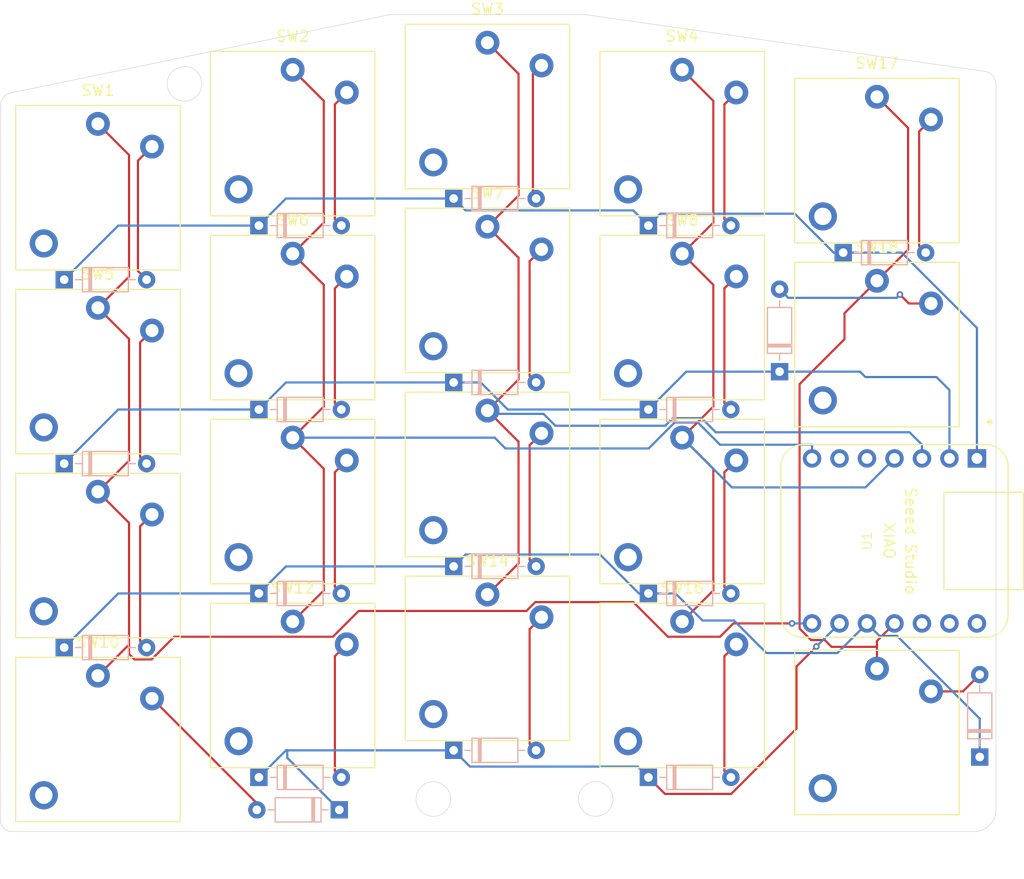
<source format=kicad_pcb>
(kicad_pcb (version 20240108) (generator "pcbnew") (generator_version "8.0")
  (layers (0 "F.Cu" signal) (31 "B.Cu" signal) (34 "B.Paste" user) (35 "F.Paste" user) (36 "B.SilkS" user "B.Silkscreen") (37 "F.SilkS" user "F.Silkscreen") (38 "B.Mask" user) (39 "F.Mask" user) (44 "Edge.Cuts" user))
  (net 0 "")
  (net 1 "Net-(D1-A)")
  (net 2 "ROW0")
  (net 3 "Net-(D2-A)")
  (net 4 "Net-(D3-A)")
  (net 5 "Net-(D4-A)")
  (net 6 "ROW1")
  (net 7 "Net-(D5-A)")
  (net 8 "Net-(D6-A)")
  (net 9 "Net-(D7-A)")
  (net 10 "Net-(D8-A)")
  (net 11 "Net-(D9-A)")
  (net 12 "ROW2")
  (net 13 "ROW3")
  (net 14 "Net-(D10-A)")
  (net 15 "Net-(D11-A)")
  (net 16 "Net-(D12-A)")
  (net 17 "Net-(D13-A)")
  (net 18 "Net-(D14-A)")
  (net 19 "Net-(D15-A)")
  (net 20 "COL0")
  (net 21 "COL1")
  (net 22 "COL2")
  (net 23 "COL3")
  (net 24 "Net-(D16-A)")
  (net 25 "Net-(D17-A)")
  (net 26 "Net-(D18-A)")
  (net 27 "Net-(D19-A)")
  (net 28 "COL4")
  (footprint "Seeed Studio XIAO Series Library:XIAO-Generic-Thruhole-14P-2.54-21X17.8MM" (layer "F.Cu") (at 148.09 86.79525 -90)
    (property "Reference" "U1" (at 0 2.54 90) (layer "F.SilkS") (effects (font (size 0.889 0.889) (thickness 0.1016))))
    (property "Value" "MOUDLE-SEEEDUINO-XIAO" (hide yes))
    (fp_text user "Seeed Studio" (at 0 -1.5 -90) (layer "F.SilkS"))
    (fp_text user "XIAO" (at 0 0.5 -90) (layer "F.SilkS"))
    (pad "1" thru_hole rect (at -7.625 -7.62 270) (size 1.7 1.7) (drill 1) (layers "*.Cu" "*.Mask") (net 2 "ROW0"))
    (pad "2" thru_hole circle (at -7.625 -5.08 270) (size 1.7 1.7) (drill 1) (layers "*.Cu" "*.Mask") (net 6 "ROW1"))
    (pad "3" thru_hole circle (at -7.625 -2.54 270) (size 1.7 1.7) (drill 1) (layers "*.Cu" "*.Mask") (net 22 "COL2"))
    (pad "4" thru_hole circle (at -7.625 0 270) (size 1.7 1.7) (drill 1) (layers "*.Cu" "*.Mask") (net 23 "COL3"))
    (pad "5" thru_hole circle (at -7.625 2.54 270) (size 1.7 1.7) (drill 1) (layers "*.Cu" "*.Mask"))
    (pad "6" thru_hole circle (at -7.625 5.08 90) (size 1.7 1.7) (drill 1) (layers "*.Cu" "*.Mask"))
    (pad "7" thru_hole circle (at -7.625 7.62 270) (size 1.7 1.7) (drill 1) (layers "*.Cu" "*.Mask") (net 21 "COL1"))
    (pad "8" thru_hole circle (at 7.625 7.62 270) (size 1.7 1.7) (drill 1) (layers "*.Cu" "*.Mask") (net 20 "COL0"))
    (pad "9" thru_hole circle (at 7.625 5.08 270) (size 1.7 1.7) (drill 1) (layers "*.Cu" "*.Mask") (net 13 "ROW3"))
    (pad "10" thru_hole circle (at 7.625 2.54 270) (size 1.7 1.7) (drill 1) (layers "*.Cu" "*.Mask") (net 12 "ROW2"))
    (pad "11" thru_hole circle (at 7.625 0 270) (size 1.7 1.7) (drill 1) (layers "*.Cu" "*.Mask") (net 28 "COL4"))
    (pad "12" thru_hole circle (at 7.625 -2.54 270) (size 1.7 1.7) (drill 1) (layers "*.Cu" "*.Mask"))
    (pad "13" thru_hole circle (at 7.625 -5.08 270) (size 1.7 1.7) (drill 1) (layers "*.Cu" "*.Mask"))
    (pad "14" thru_hole circle (at 7.625 -7.62 270) (size 1.7 1.7) (drill 1) (layers "*.Cu" "*.Mask"))
  )
  (footprint "ScottoKeebs_Choc:Choc_V1V2_1.00u" (layer "F.Cu") (at 110.47 97.65)
    (property "Reference" "SW14" (at 0 -9 0) (layer "F.SilkS"))
    (property "Value" "SW_Push_45deg")
    (pad "" np_thru_hole circle (at -5.5 0) (size 1.9 1.9) (drill 1.9) (layers "*.Cu" "*.Mask"))
    (pad "" thru_hole circle (at -5 5.15) (size 2.6 2.6) (drill 1.6) (layers "*.Cu" "*.Mask"))
    (pad "" np_thru_hole circle (at 0 0) (size 5.05 5.05) (drill 5.05) (layers "*.Cu" "*.Mask"))
    (pad "" np_thru_hole circle (at 5.5 0) (size 1.9 1.9) (drill 1.9) (layers "*.Cu" "*.Mask"))
    (pad "1" thru_hole circle (at 0 -5.9) (size 2.2 2.2) (drill 1.2) (layers "*.Cu" "*.Mask") (net 22 "COL2"))
    (pad "2" thru_hole circle (at 5 -3.8) (size 2.2 2.2) (drill 1.2) (layers "*.Cu" "*.Mask") (net 18 "Net-(D14-A)"))
  )
  (footprint "ScottoKeebs_Choc:Choc_V1V2_1.00u" (layer "F.Cu") (at 128.47 100.15)
    (property "Reference" "SW16" (at 0 -9 0) (layer "F.SilkS"))
    (property "Value" "SW_Push_45deg")
    (pad "" np_thru_hole circle (at -5.5 0) (size 1.9 1.9) (drill 1.9) (layers "*.Cu" "*.Mask"))
    (pad "" thru_hole circle (at -5 5.15) (size 2.6 2.6) (drill 1.6) (layers "*.Cu" "*.Mask"))
    (pad "" np_thru_hole circle (at 0 0) (size 5.05 5.05) (drill 5.05) (layers "*.Cu" "*.Mask"))
    (pad "" np_thru_hole circle (at 5.5 0) (size 1.9 1.9) (drill 1.9) (layers "*.Cu" "*.Mask"))
    (pad "1" thru_hole circle (at 0 -5.9) (size 2.2 2.2) (drill 1.2) (layers "*.Cu" "*.Mask") (net 23 "COL3"))
    (pad "2" thru_hole circle (at 5 -3.8) (size 2.2 2.2) (drill 1.2) (layers "*.Cu" "*.Mask") (net 24 "Net-(D16-A)"))
  )
  (footprint "ScottoKeebs_Choc:Choc_V1V2_1.00u" (layer "F.Cu") (at 128.47 66.15)
    (property "Reference" "SW8" (at 0 -9 0) (layer "F.SilkS"))
    (property "Value" "SW_Push_45deg")
    (pad "" np_thru_hole circle (at -5.5 0) (size 1.9 1.9) (drill 1.9) (layers "*.Cu" "*.Mask"))
    (pad "" thru_hole circle (at -5 5.15) (size 2.6 2.6) (drill 1.6) (layers "*.Cu" "*.Mask"))
    (pad "" np_thru_hole circle (at 0 0) (size 5.05 5.05) (drill 5.05) (layers "*.Cu" "*.Mask"))
    (pad "" np_thru_hole circle (at 5.5 0) (size 1.9 1.9) (drill 1.9) (layers "*.Cu" "*.Mask"))
    (pad "1" thru_hole circle (at 0 -5.9) (size 2.2 2.2) (drill 1.2) (layers "*.Cu" "*.Mask") (net 23 "COL3"))
    (pad "2" thru_hole circle (at 5 -3.8) (size 2.2 2.2) (drill 1.2) (layers "*.Cu" "*.Mask") (net 10 "Net-(D8-A)"))
  )
  (footprint "ScottoKeebs_Choc:Choc_V1V2_1.00u" (layer "F.Cu") (at 110.47 46.65)
    (property "Reference" "SW3" (at 0 -9 0) (layer "F.SilkS"))
    (property "Value" "SW_Push_45deg")
    (pad "" np_thru_hole circle (at -5.5 0) (size 1.9 1.9) (drill 1.9) (layers "*.Cu" "*.Mask"))
    (pad "" thru_hole circle (at -5 5.15) (size 2.6 2.6) (drill 1.6) (layers "*.Cu" "*.Mask"))
    (pad "" np_thru_hole circle (at 0 0) (size 5.05 5.05) (drill 5.05) (layers "*.Cu" "*.Mask"))
    (pad "" np_thru_hole circle (at 5.5 0) (size 1.9 1.9) (drill 1.9) (layers "*.Cu" "*.Mask"))
    (pad "1" thru_hole circle (at 0 -5.9) (size 2.2 2.2) (drill 1.2) (layers "*.Cu" "*.Mask") (net 22 "COL2"))
    (pad "2" thru_hole circle (at 5 -3.8) (size 2.2 2.2) (drill 1.2) (layers "*.Cu" "*.Mask") (net 4 "Net-(D3-A)"))
  )
  (footprint "ScottoKeebs_Choc:Choc_V1V2_1.00u" (layer "F.Cu") (at 92.47 100.15)
    (property "Reference" "SW12" (at 0 -9 0) (layer "F.SilkS"))
    (property "Value" "SW_Push_45deg")
    (pad "" np_thru_hole circle (at -5.5 0) (size 1.9 1.9) (drill 1.9) (layers "*.Cu" "*.Mask"))
    (pad "" thru_hole circle (at -5 5.15) (size 2.6 2.6) (drill 1.6) (layers "*.Cu" "*.Mask"))
    (pad "" np_thru_hole circle (at 0 0) (size 5.05 5.05) (drill 5.05) (layers "*.Cu" "*.Mask"))
    (pad "" np_thru_hole circle (at 5.5 0) (size 1.9 1.9) (drill 1.9) (layers "*.Cu" "*.Mask"))
    (pad "1" thru_hole circle (at 0 -5.9) (size 2.2 2.2) (drill 1.2) (layers "*.Cu" "*.Mask") (net 21 "COL1"))
    (pad "2" thru_hole circle (at 5 -3.8) (size 2.2 2.2) (drill 1.2) (layers "*.Cu" "*.Mask") (net 16 "Net-(D12-A)"))
  )
  (footprint "ScottoKeebs_Choc:Choc_V1V2_1.00u" (layer "F.Cu") (at 74.47 71.15)
    (property "Reference" "SW5" (at 0 -9 0) (layer "F.SilkS"))
    (property "Value" "SW_Push_45deg")
    (pad "" np_thru_hole circle (at -5.5 0) (size 1.9 1.9) (drill 1.9) (layers "*.Cu" "*.Mask"))
    (pad "" thru_hole circle (at -5 5.15) (size 2.6 2.6) (drill 1.6) (layers "*.Cu" "*.Mask"))
    (pad "" np_thru_hole circle (at 0 0) (size 5.05 5.05) (drill 5.05) (layers "*.Cu" "*.Mask"))
    (pad "" np_thru_hole circle (at 5.5 0) (size 1.9 1.9) (drill 1.9) (layers "*.Cu" "*.Mask"))
    (pad "1" thru_hole circle (at 0 -5.9) (size 2.2 2.2) (drill 1.2) (layers "*.Cu" "*.Mask") (net 20 "COL0"))
    (pad "2" thru_hole circle (at 5 -3.8) (size 2.2 2.2) (drill 1.2) (layers "*.Cu" "*.Mask") (net 7 "Net-(D5-A)"))
  )
  (footprint "ScottoKeebs_Choc:Choc_V1V2_1.00u" (layer "F.Cu") (at 92.47 49.15)
    (property "Reference" "SW2" (at 0 -9 0) (layer "F.SilkS"))
    (property "Value" "SW_Push_45deg")
    (pad "" np_thru_hole circle (at -5.5 0) (size 1.9 1.9) (drill 1.9) (layers "*.Cu" "*.Mask"))
    (pad "" thru_hole circle (at -5 5.15) (size 2.6 2.6) (drill 1.6) (layers "*.Cu" "*.Mask"))
    (pad "" np_thru_hole circle (at 0 0) (size 5.05 5.05) (drill 5.05) (layers "*.Cu" "*.Mask"))
    (pad "" np_thru_hole circle (at 5.5 0) (size 1.9 1.9) (drill 1.9) (layers "*.Cu" "*.Mask"))
    (pad "1" thru_hole circle (at 0 -5.9) (size 2.2 2.2) (drill 1.2) (layers "*.Cu" "*.Mask") (net 21 "COL1"))
    (pad "2" thru_hole circle (at 5 -3.8) (size 2.2 2.2) (drill 1.2) (layers "*.Cu" "*.Mask") (net 3 "Net-(D2-A)"))
  )
  (footprint "ScottoKeebs_Choc:Choc_V1V2_1.00u" (layer "F.Cu") (at 146.47 68.65)
    (property "Reference" "SW18" (at 0 -9 0) (layer "F.SilkS"))
    (property "Value" "SW_Push_45deg")
    (pad "" np_thru_hole circle (at -5.5 0) (size 1.9 1.9) (drill 1.9) (layers "*.Cu" "*.Mask"))
    (pad "" thru_hole circle (at -5 5.15) (size 2.6 2.6) (drill 1.6) (layers "*.Cu" "*.Mask"))
    (pad "" np_thru_hole circle (at 0 0) (size 5.05 5.05) (drill 5.05) (layers "*.Cu" "*.Mask"))
    (pad "" np_thru_hole circle (at 5.5 0) (size 1.9 1.9) (drill 1.9) (layers "*.Cu" "*.Mask"))
    (pad "1" thru_hole circle (at 0 -5.9) (size 2.2 2.2) (drill 1.2) (layers "*.Cu" "*.Mask") (net 28 "COL4"))
    (pad "2" thru_hole circle (at 5 -3.8) (size 2.2 2.2) (drill 1.2) (layers "*.Cu" "*.Mask") (net 26 "Net-(D18-A)"))
  )
  (footprint "ScottoKeebs_Choc:Choc_V1V2_1.50u_90deg" (layer "F.Cu") (at 146.47 104.5)
    (property "Reference" "SW19" (hide yes))
    (property "Value" "SW_Push_45deg")
    (pad "" np_thru_hole circle (at -5.5 0) (size 1.9 1.9) (drill 1.9) (layers "*.Cu" "*.Mask"))
    (pad "" thru_hole circle (at -5 5.15) (size 2.6 2.6) (drill 1.6) (layers "*.Cu" "*.Mask"))
    (pad "" np_thru_hole circle (at 0 0) (size 5.05 5.05) (drill 5.05) (layers "*.Cu" "*.Mask"))
    (pad "" np_thru_hole circle (at 5.5 0) (size 1.9 1.9) (drill 1.9) (layers "*.Cu" "*.Mask"))
    (pad "1" thru_hole circle (at 0 -5.9) (size 2.2 2.2) (drill 1.2) (layers "*.Cu" "*.Mask") (net 28 "COL4"))
    (pad "2" thru_hole circle (at 5 -3.8) (size 2.2 2.2) (drill 1.2) (layers "*.Cu" "*.Mask") (net 27 "Net-(D19-A)"))
  )
  (footprint "ScottoKeebs_Choc:Choc_V1V2_1.00u" (layer "F.Cu") (at 110.47 63.65)
    (property "Reference" "SW7" (at 0 -9 0) (layer "F.SilkS"))
    (property "Value" "SW_Push_45deg")
    (pad "" np_thru_hole circle (at -5.5 0) (size 1.9 1.9) (drill 1.9) (layers "*.Cu" "*.Mask"))
    (pad "" thru_hole circle (at -5 5.15) (size 2.6 2.6) (drill 1.6) (layers "*.Cu" "*.Mask"))
    (pad "" np_thru_hole circle (at 0 0) (size 5.05 5.05) (drill 5.05) (layers "*.Cu" "*.Mask"))
    (pad "" np_thru_hole circle (at 5.5 0) (size 1.9 1.9) (drill 1.9) (layers "*.Cu" "*.Mask"))
    (pad "1" thru_hole circle (at 0 -5.9) (size 2.2 2.2) (drill 1.2) (layers "*.Cu" "*.Mask") (net 22 "COL2"))
    (pad "2" thru_hole circle (at 5 -3.8) (size 2.2 2.2) (drill 1.2) (layers "*.Cu" "*.Mask") (net 9 "Net-(D7-A)"))
  )
  (footprint "ScottoKeebs_Choc:Choc_V1V2_1.00u" (layer "F.Cu") (at 146.47 51.65)
    (property "Reference" "SW17" (at 0 -9 0) (layer "F.SilkS"))
    (property "Value" "SW_Push_45deg")
    (pad "" np_thru_hole circle (at -5.5 0) (size 1.9 1.9) (drill 1.9) (layers "*.Cu" "*.Mask"))
    (pad "" thru_hole circle (at -5 5.15) (size 2.6 2.6) (drill 1.6) (layers "*.Cu" "*.Mask"))
    (pad "" np_thru_hole circle (at 0 0) (size 5.05 5.05) (drill 5.05) (layers "*.Cu" "*.Mask"))
    (pad "" np_thru_hole circle (at 5.5 0) (size 1.9 1.9) (drill 1.9) (layers "*.Cu" "*.Mask"))
    (pad "1" thru_hole circle (at 0 -5.9) (size 2.2 2.2) (drill 1.2) (layers "*.Cu" "*.Mask") (net 28 "COL4"))
    (pad "2" thru_hole circle (at 5 -3.8) (size 2.2 2.2) (drill 1.2) (layers "*.Cu" "*.Mask") (net 25 "Net-(D17-A)"))
  )
  (footprint "ScottoKeebs_Choc:Choc_V1V2_1.00u" (layer "F.Cu") (at 92.47 66.15)
    (property "Reference" "SW6" (at 0 -9 0) (layer "F.SilkS"))
    (property "Value" "SW_Push_45deg")
    (pad "" np_thru_hole circle (at -5.5 0) (size 1.9 1.9) (drill 1.9) (layers "*.Cu" "*.Mask"))
    (pad "" thru_hole circle (at -5 5.15) (size 2.6 2.6) (drill 1.6) (layers "*.Cu" "*.Mask"))
    (pad "" np_thru_hole circle (at 0 0) (size 5.05 5.05) (drill 5.05) (layers "*.Cu" "*.Mask"))
    (pad "" np_thru_hole circle (at 5.5 0) (size 1.9 1.9) (drill 1.9) (layers "*.Cu" "*.Mask"))
    (pad "1" thru_hole circle (at 0 -5.9) (size 2.2 2.2) (drill 1.2) (layers "*.Cu" "*.Mask") (net 21 "COL1"))
    (pad "2" thru_hole circle (at 5 -3.8) (size 2.2 2.2) (drill 1.2) (layers "*.Cu" "*.Mask") (net 8 "Net-(D6-A)"))
  )
  (footprint "ScottoKeebs_Choc:Choc_V1V2_1.00u" (layer "F.Cu") (at 128.47 83.15)
    (property "Reference" "SW15" (hide yes))
    (property "Value" "SW_Push_45deg")
    (pad "" np_thru_hole circle (at -5.5 0) (size 1.9 1.9) (drill 1.9) (layers "*.Cu" "*.Mask"))
    (pad "" thru_hole circle (at -5 5.15) (size 2.6 2.6) (drill 1.6) (layers "*.Cu" "*.Mask"))
    (pad "" np_thru_hole circle (at 0 0) (size 5.05 5.05) (drill 5.05) (layers "*.Cu" "*.Mask"))
    (pad "" np_thru_hole circle (at 5.5 0) (size 1.9 1.9) (drill 1.9) (layers "*.Cu" "*.Mask"))
    (pad "1" thru_hole circle (at 0 -5.9) (size 2.2 2.2) (drill 1.2) (layers "*.Cu" "*.Mask") (net 23 "COL3"))
    (pad "2" thru_hole circle (at 5 -3.8) (size 2.2 2.2) (drill 1.2) (layers "*.Cu" "*.Mask") (net 19 "Net-(D15-A)"))
  )
  (footprint "ScottoKeebs_Choc:Choc_V1V2_1.00u" (layer "F.Cu") (at 128.47 49.15)
    (property "Reference" "SW4" (at 0 -9 0) (layer "F.SilkS"))
    (property "Value" "SW_Push_45deg")
    (pad "" np_thru_hole circle (at -5.5 0) (size 1.9 1.9) (drill 1.9) (layers "*.Cu" "*.Mask"))
    (pad "" thru_hole circle (at -5 5.15) (size 2.6 2.6) (drill 1.6) (layers "*.Cu" "*.Mask"))
    (pad "" np_thru_hole circle (at 0 0) (size 5.05 5.05) (drill 5.05) (layers "*.Cu" "*.Mask"))
    (pad "" np_thru_hole circle (at 5.5 0) (size 1.9 1.9) (drill 1.9) (layers "*.Cu" "*.Mask"))
    (pad "1" thru_hole circle (at 0 -5.9) (size 2.2 2.2) (drill 1.2) (layers "*.Cu" "*.Mask") (net 23 "COL3"))
    (pad "2" thru_hole circle (at 5 -3.8) (size 2.2 2.2) (drill 1.2) (layers "*.Cu" "*.Mask") (net 5 "Net-(D4-A)"))
  )
  (footprint "ScottoKeebs_Choc:Choc_V1V2_1.00u" (layer "F.Cu") (at 74.47 105.15)
    (property "Reference" "SW10" (at 0 -9 0) (layer "F.SilkS"))
    (property "Value" "SW_Push_45deg")
    (pad "" np_thru_hole circle (at -5.5 0) (size 1.9 1.9) (drill 1.9) (layers "*.Cu" "*.Mask"))
    (pad "" thru_hole circle (at -5 5.15) (size 2.6 2.6) (drill 1.6) (layers "*.Cu" "*.Mask"))
    (pad "" np_thru_hole circle (at 0 0) (size 5.05 5.05) (drill 5.05) (layers "*.Cu" "*.Mask"))
    (pad "" np_thru_hole circle (at 5.5 0) (size 1.9 1.9) (drill 1.9) (layers "*.Cu" "*.Mask"))
    (pad "1" thru_hole circle (at 0 -5.9) (size 2.2 2.2) (drill 1.2) (layers "*.Cu" "*.Mask") (net 20 "COL0"))
    (pad "2" thru_hole circle (at 5 -3.8) (size 2.2 2.2) (drill 1.2) (layers "*.Cu" "*.Mask") (net 14 "Net-(D10-A)"))
  )
  (footprint "ScottoKeebs_Choc:Choc_V1V2_1.00u" (layer "F.Cu") (at 74.47 54.15)
    (property "Reference" "SW1" (at 0 -9 0) (layer "F.SilkS"))
    (property "Value" "SW_Push_45deg")
    (pad "" np_thru_hole circle (at -5.5 0) (size 1.9 1.9) (drill 1.9) (layers "*.Cu" "*.Mask"))
    (pad "" thru_hole circle (at -5 5.15) (size 2.6 2.6) (drill 1.6) (layers "*.Cu" "*.Mask"))
    (pad "" np_thru_hole circle (at 0 0) (size 5.05 5.05) (drill 5.05) (layers "*.Cu" "*.Mask"))
    (pad "" np_thru_hole circle (at 5.5 0) (size 1.9 1.9) (drill 1.9) (layers "*.Cu" "*.Mask"))
    (pad "1" thru_hole circle (at 0 -5.9) (size 2.2 2.2) (drill 1.2) (layers "*.Cu" "*.Mask") (net 20 "COL0"))
    (pad "2" thru_hole circle (at 5 -3.8) (size 2.2 2.2) (drill 1.2) (layers "*.Cu" "*.Mask") (net 1 "Net-(D1-A)"))
  )
  (footprint "ScottoKeebs_Choc:Choc_V1V2_1.00u" (layer "F.Cu") (at 74.47 88.15)
    (property "Reference" "SW9" (hide yes))
    (property "Value" "SW_Push_45deg")
    (pad "" np_thru_hole circle (at -5.5 0) (size 1.9 1.9) (drill 1.9) (layers "*.Cu" "*.Mask"))
    (pad "" thru_hole circle (at -5 5.15) (size 2.6 2.6) (drill 1.6) (layers "*.Cu" "*.Mask"))
    (pad "" np_thru_hole circle (at 0 0) (size 5.05 5.05) (drill 5.05) (layers "*.Cu" "*.Mask"))
    (pad "" np_thru_hole circle (at 5.5 0) (size 1.9 1.9) (drill 1.9) (layers "*.Cu" "*.Mask"))
    (pad "1" thru_hole circle (at 0 -5.9) (size 2.2 2.2) (drill 1.2) (layers "*.Cu" "*.Mask") (net 20 "COL0"))
    (pad "2" thru_hole circle (at 5 -3.8) (size 2.2 2.2) (drill 1.2) (layers "*.Cu" "*.Mask") (net 11 "Net-(D9-A)"))
  )
  (footprint "ScottoKeebs_Choc:Choc_V1V2_1.00u" (layer "F.Cu") (at 110.47 80.65)
    (property "Reference" "SW13" (hide yes))
    (property "Value" "SW_Push_45deg")
    (pad "" np_thru_hole circle (at -5.5 0) (size 1.9 1.9) (drill 1.9) (layers "*.Cu" "*.Mask"))
    (pad "" thru_hole circle (at -5 5.15) (size 2.6 2.6) (drill 1.6) (layers "*.Cu" "*.Mask"))
    (pad "" np_thru_hole circle (at 0 0) (size 5.05 5.05) (drill 5.05) (layers "*.Cu" "*.Mask"))
    (pad "" np_thru_hole circle (at 5.5 0) (size 1.9 1.9) (drill 1.9) (layers "*.Cu" "*.Mask"))
    (pad "1" thru_hole circle (at 0 -5.9) (size 2.2 2.2) (drill 1.2) (layers "*.Cu" "*.Mask") (net 22 "COL2"))
    (pad "2" thru_hole circle (at 5 -3.8) (size 2.2 2.2) (drill 1.2) (layers "*.Cu" "*.Mask") (net 17 "Net-(D13-A)"))
  )
  (footprint "ScottoKeebs_Choc:Choc_V1V2_1.00u" (layer "F.Cu") (at 92.47 83.15)
    (property "Reference" "SW11" (hide yes))
    (property "Value" "SW_Push_45deg")
    (pad "" np_thru_hole circle (at -5.5 0) (size 1.9 1.9) (drill 1.9) (layers "*.Cu" "*.Mask"))
    (pad "" thru_hole circle (at -5 5.15) (size 2.6 2.6) (drill 1.6) (layers "*.Cu" "*.Mask"))
    (pad "" np_thru_hole circle (at 0 0) (size 5.05 5.05) (drill 5.05) (layers "*.Cu" "*.Mask"))
    (pad "" np_thru_hole circle (at 5.5 0) (size 1.9 1.9) (drill 1.9) (layers "*.Cu" "*.Mask"))
    (pad "1" thru_hole circle (at 0 -5.9) (size 2.2 2.2) (drill 1.2) (layers "*.Cu" "*.Mask") (net 21 "COL1"))
    (pad "2" thru_hole circle (at 5 -3.8) (size 2.2 2.2) (drill 1.2) (layers "*.Cu" "*.Mask") (net 15 "Net-(D11-A)"))
  )
  (footprint "Diode_THT:D_DO-35_SOD27_P7.62mm_Horizontal" (layer "B.Cu") (at 89.35 74.65)
    (property "Reference" "D6" (hide yes))
    (property "Value" "D" (hide yes))
    (pad "1" thru_hole rect (at 0 0) (size 1.6 1.6) (drill 0.8) (layers "*.Cu" "*.Mask") (net 6 "ROW1"))
    (pad "2" thru_hole oval (at 7.62 0) (size 1.6 1.6) (drill 0.8) (layers "*.Cu" "*.Mask") (net 8 "Net-(D6-A)"))
  )
  (footprint "Diode_THT:D_DO-35_SOD27_P7.62mm_Horizontal" (layer "B.Cu") (at 107.35 55.15)
    (property "Reference" "D3" (hide yes))
    (property "Value" "D" (hide yes))
    (pad "1" thru_hole rect (at 0 0) (size 1.6 1.6) (drill 0.8) (layers "*.Cu" "*.Mask") (net 2 "ROW0"))
    (pad "2" thru_hole oval (at 7.62 0) (size 1.6 1.6) (drill 0.8) (layers "*.Cu" "*.Mask") (net 4 "Net-(D3-A)"))
  )
  (footprint "Diode_THT:D_DO-35_SOD27_P7.62mm_Horizontal" (layer "B.Cu") (at 71.35 62.65)
    (property "Reference" "D1" (hide yes))
    (property "Value" "D" (hide yes))
    (pad "1" thru_hole rect (at 0 0) (size 1.6 1.6) (drill 0.8) (layers "*.Cu" "*.Mask") (net 2 "ROW0"))
    (pad "2" thru_hole oval (at 7.62 0) (size 1.6 1.6) (drill 0.8) (layers "*.Cu" "*.Mask") (net 1 "Net-(D1-A)"))
  )
  (footprint "Diode_THT:D_DO-35_SOD27_P7.62mm_Horizontal" (layer "B.Cu") (at 107.35 89.15)
    (property "Reference" "D13" (hide yes))
    (property "Value" "D" (hide yes))
    (pad "1" thru_hole rect (at 0 0) (size 1.6 1.6) (drill 0.8) (layers "*.Cu" "*.Mask") (net 12 "ROW2"))
    (pad "2" thru_hole oval (at 7.62 0) (size 1.6 1.6) (drill 0.8) (layers "*.Cu" "*.Mask") (net 17 "Net-(D13-A)"))
  )
  (footprint "Diode_THT:D_DO-35_SOD27_P7.62mm_Horizontal" (layer "B.Cu") (at 143.35 60.15)
    (property "Reference" "D17" (hide yes))
    (property "Value" "D" (hide yes))
    (pad "1" thru_hole rect (at 0 0) (size 1.6 1.6) (drill 0.8) (layers "*.Cu" "*.Mask") (net 2 "ROW0"))
    (pad "2" thru_hole oval (at 7.62 0) (size 1.6 1.6) (drill 0.8) (layers "*.Cu" "*.Mask") (net 25 "Net-(D17-A)"))
  )
  (footprint "Diode_THT:D_DO-35_SOD27_P7.62mm_Horizontal" (layer "B.Cu") (at 96.78 111.65 180)
    (property "Reference" "D10" (hide yes))
    (property "Value" "D" (hide yes))
    (pad "1" thru_hole rect (at 0 0 180) (size 1.6 1.6) (drill 0.8) (layers "*.Cu" "*.Mask") (net 13 "ROW3"))
    (pad "2" thru_hole oval (at 7.62 0 180) (size 1.6 1.6) (drill 0.8) (layers "*.Cu" "*.Mask") (net 14 "Net-(D10-A)"))
  )
  (footprint "Diode_THT:D_DO-35_SOD27_P7.62mm_Horizontal" (layer "B.Cu") (at 125.35 57.65)
    (property "Reference" "D4" (hide yes))
    (property "Value" "D" (hide yes))
    (pad "1" thru_hole rect (at 0 0) (size 1.6 1.6) (drill 0.8) (layers "*.Cu" "*.Mask") (net 2 "ROW0"))
    (pad "2" thru_hole oval (at 7.62 0) (size 1.6 1.6) (drill 0.8) (layers "*.Cu" "*.Mask") (net 5 "Net-(D4-A)"))
  )
  (footprint "Diode_THT:D_DO-35_SOD27_P7.62mm_Horizontal" (layer "B.Cu") (at 107.35 72.15)
    (property "Reference" "D7" (hide yes))
    (property "Value" "D" (hide yes))
    (pad "1" thru_hole rect (at 0 0) (size 1.6 1.6) (drill 0.8) (layers "*.Cu" "*.Mask") (net 6 "ROW1"))
    (pad "2" thru_hole oval (at 7.62 0) (size 1.6 1.6) (drill 0.8) (layers "*.Cu" "*.Mask") (net 9 "Net-(D7-A)"))
  )
  (footprint "Diode_THT:D_DO-35_SOD27_P7.62mm_Horizontal" (layer "B.Cu") (at 125.35 74.65)
    (property "Reference" "D8" (hide yes))
    (property "Value" "D" (hide yes))
    (pad "1" thru_hole rect (at 0 0) (size 1.6 1.6) (drill 0.8) (layers "*.Cu" "*.Mask") (net 6 "ROW1"))
    (pad "2" thru_hole oval (at 7.62 0) (size 1.6 1.6) (drill 0.8) (layers "*.Cu" "*.Mask") (net 10 "Net-(D8-A)"))
  )
  (footprint "Diode_THT:D_DO-35_SOD27_P7.62mm_Horizontal" (layer "B.Cu") (at 107.35 106.15)
    (property "Reference" "D14" (hide yes))
    (property "Value" "D" (hide yes))
    (pad "1" thru_hole rect (at 0 0) (size 1.6 1.6) (drill 0.8) (layers "*.Cu" "*.Mask") (net 13 "ROW3"))
    (pad "2" thru_hole oval (at 7.62 0) (size 1.6 1.6) (drill 0.8) (layers "*.Cu" "*.Mask") (net 18 "Net-(D14-A)"))
  )
  (footprint "Diode_THT:D_DO-35_SOD27_P7.62mm_Horizontal" (layer "B.Cu") (at 137.47 71.15 90)
    (property "Reference" "D18" (hide yes))
    (property "Value" "D" (hide yes))
    (pad "1" thru_hole rect (at 0 0 90) (size 1.6 1.6) (drill 0.8) (layers "*.Cu" "*.Mask") (net 6 "ROW1"))
    (pad "2" thru_hole oval (at 7.62 0 90) (size 1.6 1.6) (drill 0.8) (layers "*.Cu" "*.Mask") (net 26 "Net-(D18-A)"))
  )
  (footprint "Diode_THT:D_DO-35_SOD27_P7.62mm_Horizontal" (layer "B.Cu") (at 71.35 96.65)
    (property "Reference" "D9" (hide yes))
    (property "Value" "D" (hide yes))
    (pad "1" thru_hole rect (at 0 0) (size 1.6 1.6) (drill 0.8) (layers "*.Cu" "*.Mask") (net 12 "ROW2"))
    (pad "2" thru_hole oval (at 7.62 0) (size 1.6 1.6) (drill 0.8) (layers "*.Cu" "*.Mask") (net 11 "Net-(D9-A)"))
  )
  (footprint "Diode_THT:D_DO-35_SOD27_P7.62mm_Horizontal" (layer "B.Cu") (at 155.97 106.77 90)
    (property "Reference" "D19" (hide yes))
    (property "Value" "D" (hide yes))
    (pad "1" thru_hole rect (at 0 0 90) (size 1.6 1.6) (drill 0.8) (layers "*.Cu" "*.Mask") (net 12 "ROW2"))
    (pad "2" thru_hole oval (at 7.62 0 90) (size 1.6 1.6) (drill 0.8) (layers "*.Cu" "*.Mask") (net 27 "Net-(D19-A)"))
  )
  (footprint "Diode_THT:D_DO-35_SOD27_P7.62mm_Horizontal" (layer "B.Cu") (at 125.35 91.65)
    (property "Reference" "D15" (hide yes))
    (property "Value" "D" (hide yes))
    (pad "1" thru_hole rect (at 0 0) (size 1.6 1.6) (drill 0.8) (layers "*.Cu" "*.Mask") (net 12 "ROW2"))
    (pad "2" thru_hole oval (at 7.62 0) (size 1.6 1.6) (drill 0.8) (layers "*.Cu" "*.Mask") (net 19 "Net-(D15-A)"))
  )
  (footprint "Diode_THT:D_DO-35_SOD27_P7.62mm_Horizontal" (layer "B.Cu") (at 71.35 79.65)
    (property "Reference" "D5" (hide yes))
    (property "Value" "D" (hide yes))
    (pad "1" thru_hole rect (at 0 0) (size 1.6 1.6) (drill 0.8) (layers "*.Cu" "*.Mask") (net 6 "ROW1"))
    (pad "2" thru_hole oval (at 7.62 0) (size 1.6 1.6) (drill 0.8) (layers "*.Cu" "*.Mask") (net 7 "Net-(D5-A)"))
  )
  (footprint "Diode_THT:D_DO-35_SOD27_P7.62mm_Horizontal" (layer "B.Cu") (at 89.35 108.65)
    (property "Reference" "D12" (hide yes))
    (property "Value" "D" (hide yes))
    (pad "1" thru_hole rect (at 0 0) (size 1.6 1.6) (drill 0.8) (layers "*.Cu" "*.Mask") (net 13 "ROW3"))
    (pad "2" thru_hole oval (at 7.62 0) (size 1.6 1.6) (drill 0.8) (layers "*.Cu" "*.Mask") (net 16 "Net-(D12-A)"))
  )
  (footprint "Diode_THT:D_DO-35_SOD27_P7.62mm_Horizontal" (layer "B.Cu") (at 89.35 91.65)
    (property "Reference" "D11" (hide yes))
    (property "Value" "D" (hide yes))
    (pad "1" thru_hole rect (at 0 0) (size 1.6 1.6) (drill 0.8) (layers "*.Cu" "*.Mask") (net 12 "ROW2"))
    (pad "2" thru_hole oval (at 7.62 0) (size 1.6 1.6) (drill 0.8) (layers "*.Cu" "*.Mask") (net 15 "Net-(D11-A)"))
  )
  (footprint "Diode_THT:D_DO-35_SOD27_P7.62mm_Horizontal" (layer "B.Cu") (at 125.35 108.65)
    (property "Reference" "D16" (hide yes))
    (property "Value" "D" (hide yes))
    (pad "1" thru_hole rect (at 0 0) (size 1.6 1.6) (drill 0.8) (layers "*.Cu" "*.Mask") (net 13 "ROW3"))
    (pad "2" thru_hole oval (at 7.62 0) (size 1.6 1.6) (drill 0.8) (layers "*.Cu" "*.Mask") (net 24 "Net-(D16-A)"))
  )
  (footprint "Diode_THT:D_DO-35_SOD27_P7.62mm_Horizontal" (layer "B.Cu") (at 89.35 57.65)
    (property "Reference" "D2" (hide yes))
    (property "Value" "D" (hide yes))
    (pad "1" thru_hole rect (at 0 0) (size 1.6 1.6) (drill 0.8) (layers "*.Cu" "*.Mask") (net 2 "ROW0"))
    (pad "2" thru_hole oval (at 7.62 0) (size 1.6 1.6) (drill 0.8) (layers "*.Cu" "*.Mask") (net 3 "Net-(D2-A)"))
  )
  (gr_line (start 119.47 38.15) (end 156.47 43.4) (stroke (width 0.05)) (layer "Edge.Cuts"))
  (gr_circle (center 82.47 44.55) (end 82.47 42.95) (stroke (width 0.05)) (fill none) (layer "Edge.Cuts"))
  (gr_line (start 157.473382 44.62) (end 157.47 111.65) (stroke (width 0.05)) (layer "Edge.Cuts"))
  (gr_line (start 66.4 45.39) (end 101.47 38.15) (stroke (width 0.05)) (layer "Edge.Cuts"))
  (gr_circle (center 120.47 110.65) (end 120.47 109.05) (stroke (width 0.05)) (fill none) (layer "Edge.Cuts"))
  (gr_line (start 65.47 112.65) (end 65.483064 46.35418) (stroke (width 0.05)) (layer "Edge.Cuts"))
  (gr_arc (start 66.47 113.65) (mid 65.762893 113.357107) (end 65.47 112.65) (stroke (width 0.05)) (layer "Edge.Cuts"))
  (gr_line (start 101.47 38.15) (end 119.47 38.15) (stroke (width 0.05)) (layer "Edge.Cuts"))
  (gr_arc (start 157.47 111.65) (mid 156.884214 113.064214) (end 155.47 113.65) (stroke (width 0.05)) (layer "Edge.Cuts"))
  (gr_arc (start 65.483064 46.35418) (mid 65.801325 45.738753) (end 66.4 45.39) (stroke (width 0.05)) (layer "Edge.Cuts"))
  (gr_line (start 155.47 113.65) (end 66.47 113.65) (stroke (width 0.05)) (layer "Edge.Cuts"))
  (gr_circle (center 105.47 110.65) (end 105.47 109.05) (stroke (width 0.05)) (fill none) (layer "Edge.Cuts"))
  (gr_arc (start 156.47 43.4) (mid 157.190316 43.830194) (end 157.473382 44.62) (stroke (width 0.05)) (layer "Edge.Cuts"))
  (segment (start 78.97 62.65) (end 78.170001 61.850001) (width 0.2) (layer "F.Cu") (net 1))
  (segment (start 78.170001 61.850001) (end 78.170001 51.649999) (width 0.2) (layer "F.Cu") (net 1))
  (segment (start 78.170001 51.649999) (end 79.47 50.35) (width 0.2) (layer "F.Cu") (net 1))
  (segment (start 142.47 60.15) (end 143.35 60.15) (width 0.2) (layer "B.Cu") (net 2))
  (segment (start 91.85 55.15) (end 107.35 55.15) (width 0.2) (layer "B.Cu") (net 2))
  (segment (start 138.87 56.55) (end 142.47 60.15) (width 0.2) (layer "B.Cu") (net 2))
  (segment (start 125.35 57.65) (end 126.45 56.55) (width 0.2) (layer "B.Cu") (net 2))
  (segment (start 155.71 79.17025) (end 155.71 67.110101) (width 0.2) (layer "B.Cu") (net 2))
  (segment (start 89.35 57.65) (end 91.85 55.15) (width 0.2) (layer "B.Cu") (net 2))
  (segment (start 71.35 62.65) (end 76.35 57.65) (width 0.2) (layer "B.Cu") (net 2))
  (segment (start 123.95 56.25) (end 125.35 57.65) (width 0.2) (layer "B.Cu") (net 2))
  (segment (start 148.749899 60.15) (end 143.35 60.15) (width 0.2) (layer "B.Cu") (net 2))
  (segment (start 107.35 55.15) (end 108.45 56.25) (width 0.2) (layer "B.Cu") (net 2))
  (segment (start 126.45 56.55) (end 138.87 56.55) (width 0.2) (layer "B.Cu") (net 2))
  (segment (start 108.45 56.25) (end 123.95 56.25) (width 0.2) (layer "B.Cu") (net 2))
  (segment (start 76.35 57.65) (end 89.35 57.65) (width 0.2) (layer "B.Cu") (net 2))
  (segment (start 155.71 67.110101) (end 148.749899 60.15) (width 0.2) (layer "B.Cu") (net 2))
  (segment (start 97.47 45.35) (end 96.370001 46.449999) (width 0.2) (layer "F.Cu") (net 3))
  (segment (start 96.370001 46.449999) (end 96.370001 57.050001) (width 0.2) (layer "F.Cu") (net 3))
  (segment (start 96.370001 57.050001) (end 96.97 57.65) (width 0.2) (layer "F.Cu") (net 3))
  (segment (start 114.67 43.65) (end 115.47 42.85) (width 0.2) (layer "F.Cu") (net 4))
  (segment (start 114.67 54.85) (end 114.67 43.65) (width 0.2) (layer "F.Cu") (net 4))
  (segment (start 114.97 55.15) (end 114.67 54.85) (width 0.2) (layer "F.Cu") (net 4))
  (segment (start 132.370001 46.449999) (end 132.370001 57.050001) (width 0.2) (layer "F.Cu") (net 5))
  (segment (start 132.370001 57.050001) (end 132.97 57.65) (width 0.2) (layer "F.Cu") (net 5))
  (segment (start 133.47 45.35) (end 132.370001 46.449999) (width 0.2) (layer "F.Cu") (net 5))
  (segment (start 107.35 72.15) (end 109.849899 72.15) (width 0.2) (layer "B.Cu") (net 6))
  (segment (start 89.35 74.65) (end 91.85 72.15) (width 0.2) (layer "B.Cu") (net 6))
  (segment (start 145.404136 71.65) (end 144.904136 71.15) (width 0.2) (layer "B.Cu") (net 6))
  (segment (start 71.35 79.65) (end 76.35 74.65) (width 0.2) (layer "B.Cu") (net 6))
  (segment (start 153.17 72.85) (end 151.97 71.65) (width 0.2) (layer "B.Cu") (net 6))
  (segment (start 91.85 72.15) (end 107.35 72.15) (width 0.2) (layer "B.Cu") (net 6))
  (segment (start 128.85 71.15) (end 137.47 71.15) (width 0.2) (layer "B.Cu") (net 6))
  (segment (start 151.97 71.65) (end 145.404136 71.65) (width 0.2) (layer "B.Cu") (net 6))
  (segment (start 153.17 79.17025) (end 153.17 72.85) (width 0.2) (layer "B.Cu") (net 6))
  (segment (start 144.904136 71.15) (end 137.47 71.15) (width 0.2) (layer "B.Cu") (net 6))
  (segment (start 109.849899 72.15) (end 112.349899 74.65) (width 0.2) (layer "B.Cu") (net 6))
  (segment (start 112.349899 74.65) (end 125.35 74.65) (width 0.2) (layer "B.Cu") (net 6))
  (segment (start 125.35 74.65) (end 128.85 71.15) (width 0.2) (layer "B.Cu") (net 6))
  (segment (start 76.35 74.65) (end 89.35 74.65) (width 0.2) (layer "B.Cu") (net 6))
  (segment (start 79.47 67.35) (end 78.370001 68.449999) (width 0.2) (layer "F.Cu") (net 7))
  (segment (start 78.370001 68.449999) (end 78.370001 79.050001) (width 0.2) (layer "F.Cu") (net 7))
  (segment (start 78.370001 79.050001) (end 78.97 79.65) (width 0.2) (layer "F.Cu") (net 7))
  (segment (start 96.370001 63.449999) (end 96.370001 74.050001) (width 0.2) (layer "F.Cu") (net 8))
  (segment (start 97.47 62.35) (end 96.370001 63.449999) (width 0.2) (layer "F.Cu") (net 8))
  (segment (start 96.370001 74.050001) (end 96.97 74.65) (width 0.2) (layer "F.Cu") (net 8))
  (segment (start 115.47 59.85) (end 114.370001 60.949999) (width 0.2) (layer "F.Cu") (net 9))
  (segment (start 114.370001 60.949999) (end 114.370001 71.550001) (width 0.2) (layer "F.Cu") (net 9))
  (segment (start 114.370001 71.550001) (end 114.97 72.15) (width 0.2) (layer "F.Cu") (net 9))
  (segment (start 132.370001 74.050001) (end 132.97 74.65) (width 0.2) (layer "F.Cu") (net 10))
  (segment (start 132.370001 63.449999) (end 132.370001 74.050001) (width 0.2) (layer "F.Cu") (net 10))
  (segment (start 133.47 62.35) (end 132.370001 63.449999) (width 0.2) (layer "F.Cu") (net 10))
  (segment (start 78.370001 85.449999) (end 78.370001 96.050001) (width 0.2) (layer "F.Cu") (net 11))
  (segment (start 78.370001 96.050001) (end 78.97 96.65) (width 0.2) (layer "F.Cu") (net 11))
  (segment (start 79.47 84.35) (end 78.370001 85.449999) (width 0.2) (layer "F.Cu") (net 11))
  (segment (start 142.815125 97.155125) (end 145.55 94.42025) (width 0.2) (layer "B.Cu") (net 12))
  (segment (start 124.47 91.65) (end 125.35 91.65) (width 0.2) (layer "B.Cu") (net 12))
  (segment (start 120.87 88.05) (end 124.47 91.65) (width 0.2) (layer "B.Cu") (net 12))
  (segment (start 91.85 89.15) (end 107.35 89.15) (width 0.2) (layer "B.Cu") (net 12))
  (segment (start 146.7 95.57025) (end 148.320149 95.57025) (width 0.2) (layer "B.Cu") (net 12))
  (segment (start 76.35 91.65) (end 89.35 91.65) (width 0.2) (layer "B.Cu") (net 12))
  (segment (start 133.249899 94.15) (end 136.255024 97.155125) (width 0.2) (layer "B.Cu") (net 12))
  (segment (start 108.45 88.05) (end 120.87 88.05) (width 0.2) (layer "B.Cu") (net 12))
  (segment (start 145.55 94.42025) (end 146.7 95.57025) (width 0.2) (layer "B.Cu") (net 12))
  (segment (start 130.349899 94.15) (end 133.249899 94.15) (width 0.2) (layer "B.Cu") (net 12))
  (segment (start 148.320149 95.57025) (end 155.97 103.220101) (width 0.2) (layer "B.Cu") (net 12))
  (segment (start 89.35 91.65) (end 91.85 89.15) (width 0.2) (layer "B.Cu") (net 12))
  (segment (start 127.849899 91.65) (end 130.349899 94.15) (width 0.2) (layer "B.Cu") (net 12))
  (segment (start 107.35 89.15) (end 108.45 88.05) (width 0.2) (layer "B.Cu") (net 12))
  (segment (start 125.35 91.65) (end 127.849899 91.65) (width 0.2) (layer "B.Cu") (net 12))
  (segment (start 155.97 103.220101) (end 155.97 106.77) (width 0.2) (layer "B.Cu") (net 12))
  (segment (start 136.255024 97.155125) (end 142.815125 97.155125) (width 0.2) (layer "B.Cu") (net 12))
  (segment (start 71.35 96.65) (end 76.35 91.65) (width 0.2) (layer "B.Cu") (net 12))
  (segment (start 126.877818 110.177818) (end 125.35 108.65) (width 0.2) (layer "F.Cu") (net 13))
  (segment (start 139.034214 98.396036) (end 139.034214 104.141421) (width 0.2) (layer "F.Cu") (net 13))
  (segment (start 140.875125 96.555125) (end 139.034214 98.396036) (width 0.2) (layer "F.Cu") (net 13))
  (segment (start 139.034214 104.141421) (end 132.997818 110.177818) (width 0.2) (layer "F.Cu") (net 13))
  (segment (start 132.997818 110.177818) (end 126.877818 110.177818) (width 0.2) (layer "F.Cu") (net 13))
  (via (at 140.875125 96.555125) (size 0.6) (drill 0.3) (layers "F.Cu" "B.Cu") (net 13))
  (segment (start 89.35 108.65) (end 91.85 106.15) (width 0.2) (layer "B.Cu") (net 13))
  (segment (start 107.35 106.15) (end 108.85 107.65) (width 0.2) (layer "B.Cu") (net 13))
  (segment (start 124.35 107.65) (end 125.35 108.65) (width 0.2) (layer "B.Cu") (net 13))
  (segment (start 96.78 111.65) (end 91.97 106.84) (width 0.2) (layer "B.Cu") (net 13))
  (segment (start 108.85 107.65) (end 124.35 107.65) (width 0.2) (layer "B.Cu") (net 13))
  (segment (start 91.97 106.15) (end 107.35 106.15) (width 0.2) (layer "B.Cu") (net 13))
  (segment (start 140.875125 96.555125) (end 143.01 94.42025) (width 0.2) (layer "B.Cu") (net 13))
  (segment (start 91.97 106.84) (end 91.97 106.15) (width 0.2) (layer "B.Cu") (net 13))
  (segment (start 91.85 106.15) (end 91.97 106.15) (width 0.2) (layer "B.Cu") (net 13))
  (segment (start 79.47 101.35) (end 89.16 111.04) (width 0.2) (layer "F.Cu") (net 14))
  (segment (start 89.16 111.04) (end 89.16 111.65) (width 0.2) (layer "F.Cu") (net 14))
  (segment (start 96.370001 91.050001) (end 96.97 91.65) (width 0.2) (layer "F.Cu") (net 15))
  (segment (start 96.370001 80.449999) (end 96.370001 91.050001) (width 0.2) (layer "F.Cu") (net 15))
  (segment (start 97.47 79.35) (end 96.370001 80.449999) (width 0.2) (layer "F.Cu") (net 15))
  (segment (start 96.370001 97.449999) (end 96.370001 108.050001) (width 0.2) (layer "F.Cu") (net 16))
  (segment (start 96.370001 108.050001) (end 96.97 108.65) (width 0.2) (layer "F.Cu") (net 16))
  (segment (start 97.47 96.35) (end 96.370001 97.449999) (width 0.2) (layer "F.Cu") (net 16))
  (segment (start 114.370001 88.550001) (end 114.97 89.15) (width 0.2) (layer "F.Cu") (net 17))
  (segment (start 114.370001 77.949999) (end 114.370001 88.550001) (width 0.2) (layer "F.Cu") (net 17))
  (segment (start 115.47 76.85) (end 114.370001 77.949999) (width 0.2) (layer "F.Cu") (net 17))
  (segment (start 114.370001 105.550001) (end 114.97 106.15) (width 0.2) (layer "F.Cu") (net 18))
  (segment (start 115.47 93.85) (end 114.370001 94.949999) (width 0.2) (layer "F.Cu") (net 18))
  (segment (start 114.370001 94.949999) (end 114.370001 105.550001) (width 0.2) (layer "F.Cu") (net 18))
  (segment (start 133.47 79.35) (end 132.370001 80.449999) (width 0.2) (layer "F.Cu") (net 19))
  (segment (start 132.370001 91.050001) (end 132.97 91.65) (width 0.2) (layer "F.Cu") (net 19))
  (segment (start 132.370001 80.449999) (end 132.370001 91.050001) (width 0.2) (layer "F.Cu") (net 19))
  (segment (start 74.47 48.25) (end 77.345 51.125) (width 0.2) (layer "F.Cu") (net 20))
  (segment (start 81.525635 95.65) (end 79.425635 97.75) (width 0.2) (layer "F.Cu") (net 20))
  (segment (start 77.345 97.245101) (end 77.345 96.375) (width 0.2) (layer "F.Cu") (net 20))
  (segment (start 114.890101 92.45) (end 114.07 93.270101) (width 0.2) (layer "F.Cu") (net 20))
  (segment (start 77.345 79.375) (end 74.47 82.25) (width 0.2) (layer "F.Cu") (net 20))
  (segment (start 138.62 94.42) (end 133.2 94.42) (width 0.2) (layer "F.Cu") (net 20))
  (segment (start 77.345 85.125) (end 77.345 96.375) (width 0.2) (layer "F.Cu") (net 20))
  (segment (start 123.95 92.45) (end 114.890101 92.45) (width 0.2) (layer "F.Cu") (net 20))
  (segment (start 77.849899 97.75) (end 77.345 97.245101) (width 0.2) (layer "F.Cu") (net 20))
  (segment (start 133.2 94.42) (end 131.97 95.65) (width 0.2) (layer "F.Cu") (net 20))
  (segment (start 114.07 93.270101) (end 98.57 93.270101) (width 0.2) (layer "F.Cu") (net 20))
  (segment (start 96.190101 95.65) (end 81.525635 95.65) (width 0.2) (layer "F.Cu") (net 20))
  (segment (start 77.345 68.125) (end 77.345 79.375) (width 0.2) (layer "F.Cu") (net 20))
  (segment (start 74.47 65.25) (end 77.345 68.125) (width 0.2) (layer "F.Cu") (net 20))
  (segment (start 79.425635 97.75) (end 77.849899 97.75) (width 0.2) (layer "F.Cu") (net 20))
  (segment (start 127.15 95.65) (end 123.95 92.45) (width 0.2) (layer "F.Cu") (net 20))
  (segment (start 77.345 51.125) (end 77.345 62.375) (width 0.2) (layer "F.Cu") (net 20))
  (segment (start 131.97 95.65) (end 127.15 95.65) (width 0.2) (layer "F.Cu") (net 20))
  (segment (start 74.47 82.25) (end 77.345 85.125) (width 0.2) (layer "F.Cu") (net 20))
  (segment (start 77.345 96.375) (end 74.47 99.25) (width 0.2) (layer "F.Cu") (net 20))
  (segment (start 98.57 93.270101) (end 96.190101 95.65) (width 0.2) (layer "F.Cu") (net 20))
  (segment (start 77.345 62.375) (end 74.47 65.25) (width 0.2) (layer "F.Cu") (net 20))
  (via (at 138.62 94.42) (size 0.6) (drill 0.3) (layers "F.Cu" "B.Cu") (net 20))
  (segment (start 138.62025 94.42025) (end 140.47 94.42025) (width 0.2) (layer "B.Cu") (net 20))
  (segment (start 138.62 94.42) (end 138.62025 94.42025) (width 0.2) (layer "B.Cu") (net 20))
  (segment (start 95.345 57.375) (end 92.47 60.25) (width 0.2) (layer "F.Cu") (net 21))
  (segment (start 92.47 77.25) (end 95.345 80.125) (width 0.2) (layer "F.Cu") (net 21))
  (segment (start 95.345 80.125) (end 95.345 91.375) (width 0.2) (layer "F.Cu") (net 21))
  (segment (start 92.47 60.25) (end 95.345 63.125) (width 0.2) (layer "F.Cu") (net 21))
  (segment (start 95.345 91.375) (end 92.47 94.25) (width 0.2) (layer "F.Cu") (net 21))
  (segment (start 92.47 43.25) (end 95.345 46.125) (width 0.2) (layer "F.Cu") (net 21))
  (segment (start 95.345 63.125) (end 95.345 74.375) (width 0.2) (layer "F.Cu") (net 21))
  (segment (start 95.345 74.375) (end 92.47 77.25) (width 0.2) (layer "F.Cu") (net 21))
  (segment (start 95.345 46.125) (end 95.345 57.375) (width 0.2) (layer "F.Cu") (net 21))
  (segment (start 111.135864 77.25) (end 92.47 77.25) (width 0.2) (layer "B.Cu") (net 21))
  (segment (start 111.135864 77.25) (end 112.135864 78.25) (width 0.2) (layer "B.Cu") (net 21))
  (segment (start 127.77 75.85) (end 129.915 75.85) (width 0.2) (layer "B.Cu") (net 21))
  (segment (start 125.37 78.25) (end 127.77 75.85) (width 0.2) (layer "B.Cu") (net 21))
  (segment (start 140.47 79.17025) (end 140.47 77.905) (width 0.2) (layer "B.Cu") (net 21))
  (segment (start 112.135864 78.25) (end 125.37 78.25) (width 0.2) (layer "B.Cu") (net 21))
  (segment (start 129.915 75.85) (end 131.97 77.905) (width 0.2) (layer "B.Cu") (net 21))
  (segment (start 140.47 77.905) (end 131.97 77.905) (width 0.2) (layer "B.Cu") (net 21))
  (segment (start 110.47 74.75) (end 113.345 77.625) (width 0.2) (layer "F.Cu") (net 22))
  (segment (start 113.345 88.875) (end 110.47 91.75) (width 0.2) (layer "F.Cu") (net 22))
  (segment (start 113.345 77.625) (end 113.345 88.875) (width 0.2) (layer "F.Cu") (net 22))
  (segment (start 113.345 54.875) (end 110.47 57.75) (width 0.2) (layer "F.Cu") (net 22))
  (segment (start 113.345 71.875) (end 110.47 74.75) (width 0.2) (layer "F.Cu") (net 22))
  (segment (start 113.345 43.625) (end 113.345 54.875) (width 0.2) (layer "F.Cu") (net 22))
  (segment (start 113.345 60.625) (end 113.345 71.875) (width 0.2) (layer "F.Cu") (net 22))
  (segment (start 110.47 57.75) (end 113.345 60.625) (width 0.2) (layer "F.Cu") (net 22))
  (segment (start 110.47 40.75) (end 113.345 43.625) (width 0.2) (layer "F.Cu") (net 22))
  (segment (start 116.749899 76.15) (end 115.649899 75.05) (width 0.2) (layer "B.Cu") (net 22))
  (segment (start 115.649899 75.05) (end 110.77 75.05) (width 0.2) (layer "B.Cu") (net 22))
  (segment (start 150.63 79.17025) (end 150.63 77.905) (width 0.2) (layer "B.Cu") (net 22))
  (segment (start 150.63 77.905) (end 149.48 76.755) (width 0.2) (layer "B.Cu") (net 22))
  (segment (start 110.77 75.05) (end 110.47 74.75) (width 0.2) (layer "B.Cu") (net 22))
  (segment (start 130.27 75.45) (end 127.604315 75.45) (width 0.2) (layer "B.Cu") (net 22))
  (segment (start 131.575 76.755) (end 130.27 75.45) (width 0.2) (layer "B.Cu") (net 22))
  (segment (start 127.604315 75.45) (end 126.904315 76.15) (width 0.2) (layer "B.Cu") (net 22))
  (segment (start 149.48 76.755) (end 131.575 76.755) (width 0.2) (layer "B.Cu") (net 22))
  (segment (start 126.904315 76.15) (end 116.749899 76.15) (width 0.2) (layer "B.Cu") (net 22))
  (segment (start 131.345 74.375) (end 128.47 77.25) (width 0.2) (layer "F.Cu") (net 23))
  (segment (start 131.345 63.125) (end 131.345 74.375) (width 0.2) (layer "F.Cu") (net 23))
  (segment (start 128.47 43.25) (end 131.345 46.125) (width 0.2) (layer "F.Cu") (net 23))
  (segment (start 128.47 60.25) (end 131.345 63.125) (width 0.2) (layer "F.Cu") (net 23))
  (segment (start 131.345 57.375) (end 128.47 60.25) (width 0.2) (layer "F.Cu") (net 23))
  (segment (start 128.47 77.25) (end 131.345 80.125) (width 0.2) (layer "F.Cu") (net 23))
  (segment (start 131.345 46.125) (end 131.345 57.375) (width 0.2) (layer "F.Cu") (net 23))
  (segment (start 131.345 91.375) (end 128.47 94.25) (width 0.2) (layer "F.Cu") (net 23))
  (segment (start 131.345 80.125) (end 131.345 91.375) (width 0.2) (layer "F.Cu") (net 23))
  (segment (start 133.07 81.85) (end 144.145 81.85) (width 0.2) (layer "B.Cu") (net 23))
  (segment (start 145.41025 81.85) (end 148.09 79.17025) (width 0.2) (layer "B.Cu") (net 23))
  (segment (start 128.47 77.25) (end 133.07 81.85) (width 0.2) (layer "B.Cu") (net 23))
  (segment (start 144.145 81.85) (end 145.41025 81.85) (width 0.2) (layer "B.Cu") (net 23))
  (segment (start 132.370001 108.050001) (end 132.97 108.65) (width 0.2) (layer "F.Cu") (net 24))
  (segment (start 132.370001 97.449999) (end 132.370001 108.050001) (width 0.2) (layer "F.Cu") (net 24))
  (segment (start 133.47 96.35) (end 132.370001 97.449999) (width 0.2) (layer "F.Cu") (net 24))
  (segment (start 151.47 47.85) (end 150.370001 48.949999) (width 0.2) (layer "F.Cu") (net 25))
  (segment (start 150.370001 48.949999) (end 150.370001 59.550001) (width 0.2) (layer "F.Cu") (net 25))
  (segment (start 150.370001 59.550001) (end 150.97 60.15) (width 0.2) (layer "F.Cu") (net 25))
  (segment (start 148.594265 64.025735) (end 149.41853 64.85) (width 0.2) (layer "F.Cu") (net 26))
  (segment (start 149.41853 64.85) (end 151.47 64.85) (width 0.2) (layer "F.Cu") (net 26))
  (via (at 148.594265 64.025735) (size 0.6) (drill 0.3) (layers "F.Cu" "B.Cu") (net 26))
  (segment (start 137.47 63.53) (end 138.269999 64.329999) (width 0.2) (layer "B.Cu") (net 26))
  (segment (start 148.290001 64.329999) (end 148.594265 64.025735) (width 0.2) (layer "B.Cu") (net 26))
  (segment (start 138.269999 64.329999) (end 148.290001 64.329999) (width 0.2) (layer "B.Cu") (net 26))
  (segment (start 151.47 100.7) (end 154.42 100.7) (width 0.2) (layer "F.Cu") (net 27))
  (segment (start 154.42 100.7) (end 155.97 99.15) (width 0.2) (layer "F.Cu") (net 27))
  (segment (start 139.32 94.896596) (end 139.32 72.3) (width 0.2) (layer "F.Cu") (net 28))
  (segment (start 146.47 96.585) (end 146.47 98.6) (width 0.2) (layer "F.Cu") (net 28))
  (segment (start 143.47 65.75) (end 146.47 62.75) (width 0.2) (layer "F.Cu") (net 28))
  (segment (start 146.47 96.585) (end 142.273654 96.585) (width 0.2) (layer "F.Cu") (net 28))
  (segment (start 149.345 59.875) (end 146.47 62.75) (width 0.2) (layer "F.Cu") (net 28))
  (segment (start 146.47 45.75) (end 149.345 48.625) (width 0.2) (layer "F.Cu") (net 28))
  (segment (start 149.345 48.625) (end 149.345 59.875) (width 0.2) (layer "F.Cu") (net 28))
  (segment (start 146.47 96.585) (end 146.47 96.04025) (width 0.2) (layer "F.Cu") (net 28))
  (segment (start 141.643779 95.955125) (end 140.378529 95.955125) (width 0.2) (layer "F.Cu") (net 28))
  (segment (start 146.47 96.04025) (end 148.09 94.42025) (width 0.2) (layer "F.Cu") (net 28))
  (segment (start 140.378529 95.955125) (end 139.32 94.896596) (width 0.2) (layer "F.Cu") (net 28))
  (segment (start 139.32 72.3) (end 143.47 68.15) (width 0.2) (layer "F.Cu") (net 28))
  (segment (start 143.47 68.15) (end 143.47 65.75) (width 0.2) (layer "F.Cu") (net 28))
  (segment (start 142.273654 96.585) (end 141.643779 95.955125) (width 0.2) (layer "F.Cu") (net 28))
)
</source>
